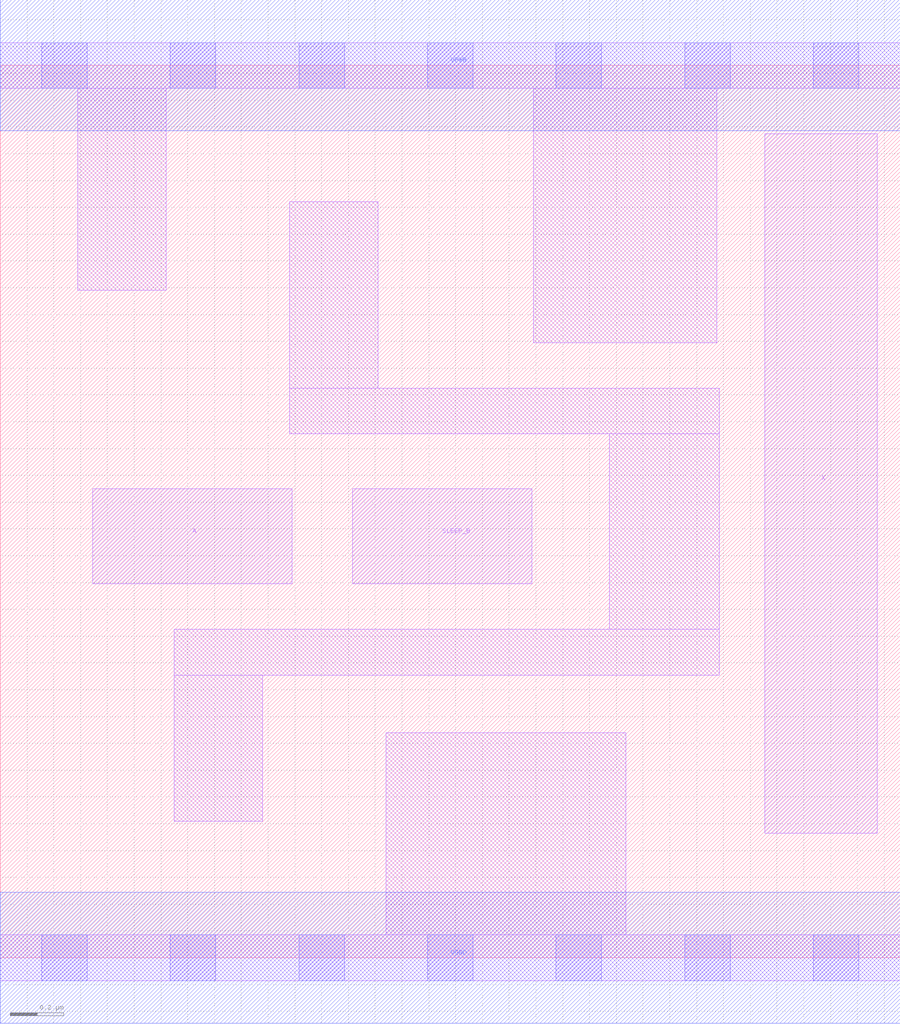
<source format=lef>
# Copyright 2020 The SkyWater PDK Authors
#
# Licensed under the Apache License, Version 2.0 (the "License");
# you may not use this file except in compliance with the License.
# You may obtain a copy of the License at
#
#     https://www.apache.org/licenses/LICENSE-2.0
#
# Unless required by applicable law or agreed to in writing, software
# distributed under the License is distributed on an "AS IS" BASIS,
# WITHOUT WARRANTIES OR CONDITIONS OF ANY KIND, either express or implied.
# See the License for the specific language governing permissions and
# limitations under the License.
#
# SPDX-License-Identifier: Apache-2.0

VERSION 5.7 ;
  NOWIREEXTENSIONATPIN ON ;
  DIVIDERCHAR "/" ;
  BUSBITCHARS "[]" ;
UNITS
  DATABASE MICRONS 200 ;
END UNITS
MACRO sky130_fd_sc_lp__inputiso0n_lp
  CLASS CORE ;
  FOREIGN sky130_fd_sc_lp__inputiso0n_lp ;
  ORIGIN  0.000000  0.000000 ;
  SIZE  3.360000 BY  3.330000 ;
  SYMMETRY X Y R90 ;
  SITE unit ;
  PIN A
    ANTENNAGATEAREA  0.189000 ;
    DIRECTION INPUT ;
    USE SIGNAL ;
    PORT
      LAYER li1 ;
        RECT 0.345000 1.395000 1.090000 1.750000 ;
    END
  END A
  PIN SLEEP_B
    ANTENNAGATEAREA  0.189000 ;
    DIRECTION INPUT ;
    USE SIGNAL ;
    PORT
      LAYER li1 ;
        RECT 1.315000 1.395000 1.985000 1.750000 ;
    END
  END SLEEP_B
  PIN X
    ANTENNADIFFAREA  0.445200 ;
    DIRECTION OUTPUT ;
    USE SIGNAL ;
    PORT
      LAYER li1 ;
        RECT 2.855000 0.465000 3.275000 3.075000 ;
    END
  END X
  PIN VGND
    DIRECTION INOUT ;
    USE GROUND ;
    PORT
      LAYER met1 ;
        RECT 0.000000 -0.245000 3.360000 0.245000 ;
    END
  END VGND
  PIN VPWR
    DIRECTION INOUT ;
    USE POWER ;
    PORT
      LAYER met1 ;
        RECT 0.000000 3.085000 3.360000 3.575000 ;
    END
  END VPWR
  OBS
    LAYER li1 ;
      RECT 0.000000 -0.085000 3.360000 0.085000 ;
      RECT 0.000000  3.245000 3.360000 3.415000 ;
      RECT 0.290000  2.490000 0.620000 3.245000 ;
      RECT 0.650000  0.510000 0.980000 1.055000 ;
      RECT 0.650000  1.055000 2.685000 1.225000 ;
      RECT 1.080000  1.955000 2.685000 2.125000 ;
      RECT 1.080000  2.125000 1.410000 2.820000 ;
      RECT 1.440000  0.085000 2.335000 0.840000 ;
      RECT 1.990000  2.295000 2.675000 3.245000 ;
      RECT 2.275000  1.225000 2.685000 1.955000 ;
    LAYER mcon ;
      RECT 0.155000 -0.085000 0.325000 0.085000 ;
      RECT 0.155000  3.245000 0.325000 3.415000 ;
      RECT 0.635000 -0.085000 0.805000 0.085000 ;
      RECT 0.635000  3.245000 0.805000 3.415000 ;
      RECT 1.115000 -0.085000 1.285000 0.085000 ;
      RECT 1.115000  3.245000 1.285000 3.415000 ;
      RECT 1.595000 -0.085000 1.765000 0.085000 ;
      RECT 1.595000  3.245000 1.765000 3.415000 ;
      RECT 2.075000 -0.085000 2.245000 0.085000 ;
      RECT 2.075000  3.245000 2.245000 3.415000 ;
      RECT 2.555000 -0.085000 2.725000 0.085000 ;
      RECT 2.555000  3.245000 2.725000 3.415000 ;
      RECT 3.035000 -0.085000 3.205000 0.085000 ;
      RECT 3.035000  3.245000 3.205000 3.415000 ;
  END
END sky130_fd_sc_lp__inputiso0n_lp
END LIBRARY

</source>
